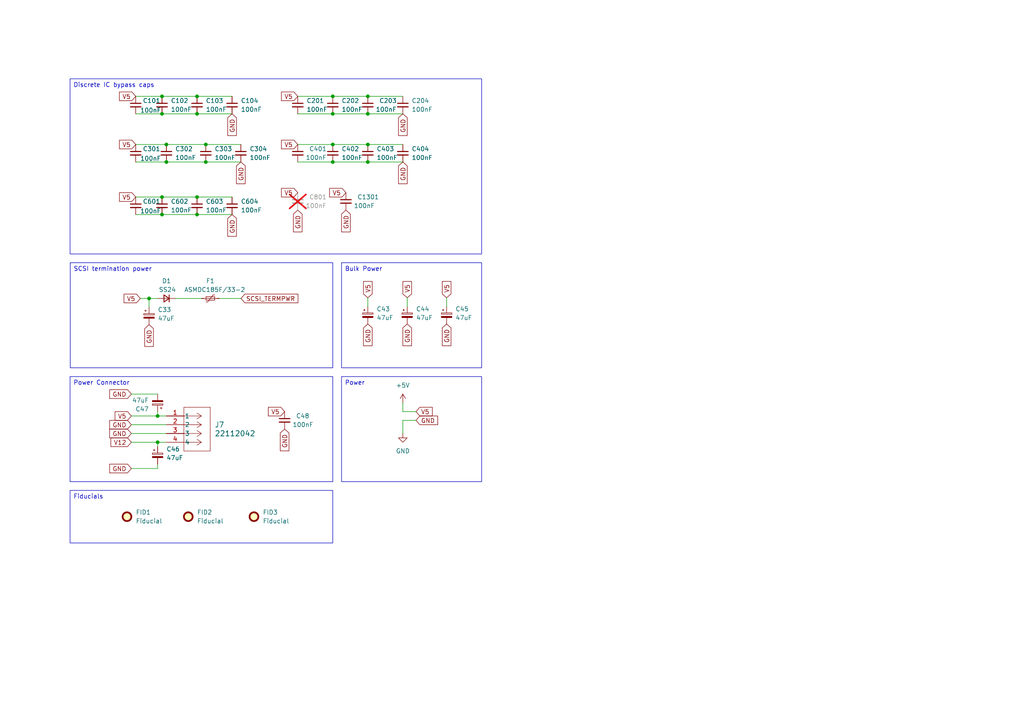
<source format=kicad_sch>
(kicad_sch (version 20250114) (generator "eeschema") (generator_version "9.0")
  (paper "A4")
  (title_block (title "A4092") (rev "PROTO0") (company "amiga.technology"))
  (lib_symbols
    (symbol "22112042:22112042" (pin_names (offset 0.254))
      (property "Reference" "J" (at 8.89 6.35 0))
      (property "Value" "22112042" (at 0 0 0))
      (symbol "22112042_1_1"
        (polyline (pts (xy 5.08 2.54) (xy 5.08 -10.16)) (stroke (width 0.127)))
        (polyline (pts (xy 5.08 -10.16) (xy 12.7 -10.16)) (stroke (width 0.127)))
        (polyline (pts (xy 10.16 0) (xy 5.08 0)) (stroke (width 0.127)))
        (polyline (pts (xy 10.16 0) (xy 8.89 0.8467)) (stroke (width 0.127)))
        (polyline (pts (xy 10.16 0) (xy 8.89 -0.8467)) (stroke (width 0.127)))
        (polyline (pts (xy 10.16 -2.54) (xy 5.08 -2.54)) (stroke (width 0.127)))
        (polyline (pts (xy 10.16 -2.54) (xy 8.89 -1.6933)) (stroke (width 0.127)))
        (polyline (pts (xy 10.16 -2.54) (xy 8.89 -3.3867)) (stroke (width 0.127)))
        (polyline (pts (xy 10.16 -5.08) (xy 5.08 -5.08)) (stroke (width 0.127)))
        (polyline (pts (xy 10.16 -5.08) (xy 8.89 -4.2333)) (stroke (width 0.127)))
        (polyline (pts (xy 10.16 -5.08) (xy 8.89 -5.9267)) (stroke (width 0.127)))
        (polyline (pts (xy 10.16 -7.62) (xy 5.08 -7.62)) (stroke (width 0.127)))
        (polyline (pts (xy 10.16 -7.62) (xy 8.89 -6.7733)) (stroke (width 0.127)))
        (polyline (pts (xy 10.16 -7.62) (xy 8.89 -8.4667)) (stroke (width 0.127)))
        (polyline (pts (xy 12.7 2.54) (xy 5.08 2.54)) (stroke (width 0.127)))
        (polyline (pts (xy 12.7 -10.16) (xy 12.7 2.54)) (stroke (width 0.127)))
        (pin unspecified line (at 0 0 0) (length 5.08) (name "1") (number "1"))
        (pin unspecified line (at 0 -2.54 0) (length 5.08) (name "2") (number "2"))
        (pin unspecified line (at 0 -5.08 0) (length 5.08) (name "3") (number "3"))
        (pin unspecified line (at 0 -7.62 0) (length 5.08) (name "4") (number "4"))
      )
      (symbol "22112042_1_2"
        (polyline (pts (xy 5.08 2.54) (xy 5.08 -10.16)) (stroke (width 0.127)))
        (polyline (pts (xy 5.08 -10.16) (xy 12.7 -10.16)) (stroke (width 0.127)))
        (polyline (pts (xy 7.62 0) (xy 5.08 0)) (stroke (width 0.127)))
        (polyline (pts (xy 7.62 0) (xy 8.89 0.8467)) (stroke (width 0.127)))
        (polyline (pts (xy 7.62 0) (xy 8.89 -0.8467)) (stroke (width 0.127)))
        (polyline (pts (xy 7.62 -2.54) (xy 5.08 -2.54)) (stroke (width 0.127)))
        (polyline (pts (xy 7.62 -2.54) (xy 8.89 -1.6933)) (stroke (width 0.127)))
        (polyline (pts (xy 7.62 -2.54) (xy 8.89 -3.3867)) (stroke (width 0.127)))
        (polyline (pts (xy 7.62 -5.08) (xy 5.08 -5.08)) (stroke (width 0.127)))
        (polyline (pts (xy 7.62 -5.08) (xy 8.89 -4.2333)) (stroke (width 0.127)))
        (polyline (pts (xy 7.62 -5.08) (xy 8.89 -5.9267)) (stroke (width 0.127)))
        (polyline (pts (xy 7.62 -7.62) (xy 5.08 -7.62)) (stroke (width 0.127)))
        (polyline (pts (xy 7.62 -7.62) (xy 8.89 -6.7733)) (stroke (width 0.127)))
        (polyline (pts (xy 7.62 -7.62) (xy 8.89 -8.4667)) (stroke (width 0.127)))
        (polyline (pts (xy 12.7 2.54) (xy 5.08 2.54)) (stroke (width 0.127)))
        (polyline (pts (xy 12.7 -10.16) (xy 12.7 2.54)) (stroke (width 0.127)))
        (pin unspecified line (at 0 0 0) (length 5.08) (name "1") (number "1"))
        (pin unspecified line (at 0 -2.54 0) (length 5.08) (name "2") (number "2"))
        (pin unspecified line (at 0 -5.08 0) (length 5.08) (name "3") (number "3"))
        (pin unspecified line (at 0 -7.62 0) (length 5.08) (name "4") (number "4"))
      )
    )
    (symbol "Device:C_Polarized_Small" (pin_numbers (hide yes)) (pin_names (offset 0.254) (hide yes))
      (property "Reference" "C" (at 0.254 1.778 0))
      (property "Value" "C_Polarized_Small" (at 0.254 -2.032 0))
      (symbol "C_Polarized_Small_0_1"
        (rectangle (start -1.524 0.6858) (end 1.524 0.3048))
        (rectangle (start -1.524 -0.3048) (end 1.524 -0.6858) (fill (type outline)))
        (polyline (pts (xy -1.27 1.524) (xy -0.762 1.524)))
        (polyline (pts (xy -1.016 1.27) (xy -1.016 1.778)))
      )
      (symbol "C_Polarized_Small_1_1"
        (pin passive line (at 0 2.54 270) (length 1.8542) (name "~") (number "1"))
        (pin passive line (at 0 -2.54 90) (length 1.8542) (name "~") (number "2"))
      )
    )
    (symbol "Device:C_Small" (pin_numbers (hide yes)) (pin_names (offset 0.254) (hide yes))
      (property "Reference" "C" (at 0.254 1.778 0))
      (property "Value" "C_Small" (at 0.254 -2.032 0))
      (symbol "C_Small_0_1"
        (polyline (pts (xy -1.524 0.508) (xy 1.524 0.508)) (stroke (width 0.3048)))
        (polyline (pts (xy -1.524 -0.508) (xy 1.524 -0.508)) (stroke (width 0.3302)))
      )
      (symbol "C_Small_1_1"
        (pin passive line (at 0 2.54 270) (length 2.032) (name "~") (number "1"))
        (pin passive line (at 0 -2.54 90) (length 2.032) (name "~") (number "2"))
      )
    )
    (symbol "Device:D_Small" (pin_numbers (hide yes)) (pin_names (offset 0.254) (hide yes))
      (property "Reference" "D" (at -1.27 2.032 0))
      (property "Value" "D_Small" (at -3.81 -2.032 0))
      (symbol "D_Small_0_1"
        (polyline (pts (xy -0.762 0) (xy 0.762 0)))
        (polyline (pts (xy -0.762 -1.016) (xy -0.762 1.016)) (stroke (width 0.254)))
        (polyline (pts (xy 0.762 -1.016) (xy -0.762 0) (xy 0.762 1.016) (xy 0.762 -1.016)) (stroke (width 0.254)))
      )
      (symbol "D_Small_1_1"
        (pin passive line (at -2.54 0 0) (length 1.778) (name "K") (number "1"))
        (pin passive line (at 2.54 0 180) (length 1.778) (name "A") (number "2"))
      )
    )
    (symbol "Device:Polyfuse_Small" (pin_numbers (hide yes)) (pin_names (offset 0))
      (property "Reference" "F" (at -1.905 0 90))
      (property "Value" "Polyfuse_Small" (at 1.905 0 90))
      (symbol "Polyfuse_Small_0_1"
        (polyline (pts (xy -1.016 1.27) (xy -1.016 0.762) (xy 1.016 -0.762) (xy 1.016 -1.27)))
        (rectangle (start -0.508 1.27) (end 0.508 -1.27))
        (polyline (pts (xy 0 2.54) (xy 0 -2.54)))
      )
      (symbol "Polyfuse_Small_1_1"
        (pin passive line (at 0 2.54 270) (length 0.635) (name "~") (number "1"))
        (pin passive line (at 0 -2.54 90) (length 0.635) (name "~") (number "2"))
      )
    )
    (symbol "Mechanical:Fiducial" (in_bom no)
      (property "Reference" "FID" (at 0 5.08 0))
      (property "Value" "Fiducial" (at 0 3.175 0))
      (symbol "Fiducial_0_1"
        (circle (center 0 0) (radius 1.27) (stroke (width 0.508)) (fill (type background)))
      )
    )
    (symbol "power:+5V" (power) (pin_numbers (hide yes)) (pin_names (offset 0) (hide yes))
      (property "Value" "+5V" (at 0 3.556 0))
      (symbol "+5V_0_1"
        (polyline (pts (xy -0.762 1.27) (xy 0 2.54)))
        (polyline (pts (xy 0 2.54) (xy 0.762 1.27)))
        (polyline (pts (xy 0 0) (xy 0 2.54)))
      )
      (symbol "+5V_1_1"
        (pin power_in line (at 0 0 90) (length 0) (name "~") (number "1"))
      )
    )
    (symbol "power:GND" (power) (pin_numbers (hide yes)) (pin_names (offset 0) (hide yes))
      (property "Value" "GND" (at 0 -3.81 0))
      (symbol "GND_0_1"
        (polyline (pts (xy 0 0) (xy 0 -1.27) (xy 1.27 -1.27) (xy 0 -2.54) (xy -1.27 -1.27) (xy 0 -1.27)))
      )
      (symbol "GND_1_1"
        (pin power_in line (at 0 0 270) (length 0) (name "~") (number "1"))
      )
    )
  )
  (text_box "SCSI termination power\n" (at 20.3706 76.2 0) (size 76.1494 30.48) (margins 0.9525 0.9525 0.9525 0.9525) (effects (font (size 1.27 1.27)) (justify left top)))
  (text_box "Power Connector\n" (at 20.32 109.22 0) (size 76.2 30.48) (margins 0.9525 0.9525 0.9525 0.9525) (effects (font (size 1.27 1.27)) (justify left top)))
  (text_box "Fiducials" (at 20.32 142.24 0) (size 76.2 15.2399) (margins 0.9525 0.9525 0.9525 0.9525) (effects (font (size 1.27 1.27)) (justify left top)))
  (text_box "Discrete IC bypass caps\n" (at 20.32 22.86 0) (size 119.38 50.8) (margins 0.9525 0.9525 0.9525 0.9525) (effects (font (size 1.27 1.27)) (justify left top)))
  (text_box "Bulk Power\n" (at 99.06 76.2 0) (size 40.64 30.48) (margins 0.9525 0.9525 0.9525 0.9525) (effects (font (size 1.27 1.27)) (justify left top)))
  (text_box "Power\n" (at 99.06 109.22 0) (size 40.64 30.4799) (margins 0.9525 0.9525 0.9525 0.9525) (effects (font (size 1.27 1.27)) (justify left top)))
  (junction (at 46.99 27.94))
  (junction (at 106.68 33.02))
  (junction (at 106.68 27.94))
  (junction (at 48.26 41.91))
  (junction (at 57.15 27.94))
  (junction (at 57.15 57.15))
  (junction (at 106.68 41.91))
  (junction (at 96.52 46.99))
  (junction (at 59.69 46.99))
  (junction (at 57.15 62.23))
  (junction (at 96.52 27.94))
  (junction (at 96.52 41.91))
  (junction (at 46.99 57.15))
  (junction (at 48.26 46.99))
  (junction (at 106.68 46.99))
  (junction (at 57.15 33.02))
  (junction (at 45.72 120.65))
  (junction (at 46.99 62.23))
  (junction (at 43.2306 86.5643))
  (junction (at 96.52 33.02))
  (junction (at 45.72 128.27))
  (junction (at 59.69 41.91))
  (junction (at 46.99 33.02))
  (wire (pts (xy 38.1 135.89) (xy 45.72 135.89)))
  (wire (pts (xy 57.15 27.94) (xy 67.31 27.94)))
  (wire (pts (xy 38.1 128.27) (xy 45.72 128.27)))
  (wire (pts (xy 106.68 86.36) (xy 106.68 88.9)))
  (wire (pts (xy 39.37 27.94) (xy 46.99 27.94)))
  (wire (pts (xy 116.84 121.92) (xy 120.65 121.92)))
  (wire (pts (xy 45.72 119.38) (xy 45.72 120.65)))
  (wire (pts (xy 86.36 33.02) (xy 96.52 33.02)))
  (wire (pts (xy 45.7706 86.5643) (xy 43.2306 86.5643)))
  (wire (pts (xy 96.52 46.99) (xy 106.68 46.99)))
  (wire (pts (xy 45.72 128.27) (xy 48.26 128.27)))
  (wire (pts (xy 57.15 62.23) (xy 67.31 62.23)))
  (wire (pts (xy 86.36 46.99) (xy 96.52 46.99)))
  (wire (pts (xy 86.36 27.94) (xy 96.52 27.94)))
  (wire (pts (xy 48.26 46.99) (xy 59.69 46.99)))
  (wire (pts (xy 96.52 27.94) (xy 106.68 27.94)))
  (wire (pts (xy 39.37 46.99) (xy 48.26 46.99)))
  (wire (pts (xy 116.84 116.84) (xy 116.84 119.38)))
  (wire (pts (xy 106.68 46.99) (xy 116.84 46.99)))
  (wire (pts (xy 96.52 33.02) (xy 106.68 33.02)))
  (wire (pts (xy 46.99 27.94) (xy 57.15 27.94)))
  (wire (pts (xy 57.15 57.15) (xy 67.31 57.15)))
  (wire (pts (xy 48.26 41.91) (xy 59.69 41.91)))
  (wire (pts (xy 106.68 41.91) (xy 116.84 41.91)))
  (wire (pts (xy 96.52 41.91) (xy 106.68 41.91)))
  (wire (pts (xy 116.84 125.73) (xy 116.84 121.92)))
  (wire (pts (xy 45.72 120.65) (xy 48.26 120.65)))
  (wire (pts (xy 39.37 62.23) (xy 46.99 62.23)))
  (wire (pts (xy 69.9006 86.5643) (xy 63.5506 86.5643)))
  (wire (pts (xy 38.1 123.19) (xy 48.26 123.19)))
  (wire (pts (xy 43.2306 86.5643) (xy 43.2306 89.1043)))
  (wire (pts (xy 118.11 86.36) (xy 118.11 88.9)))
  (wire (pts (xy 46.99 62.23) (xy 57.15 62.23)))
  (wire (pts (xy 116.84 119.38) (xy 120.65 119.38)))
  (wire (pts (xy 106.68 27.94) (xy 116.84 27.94)))
  (wire (pts (xy 57.15 33.02) (xy 67.31 33.02)))
  (wire (pts (xy 129.54 86.36) (xy 129.54 88.9)))
  (wire (pts (xy 86.36 41.91) (xy 96.52 41.91)))
  (wire (pts (xy 59.69 46.99) (xy 69.85 46.99)))
  (wire (pts (xy 45.72 135.89) (xy 45.72 134.62)))
  (wire (pts (xy 38.1 125.73) (xy 48.26 125.73)))
  (wire (pts (xy 46.99 33.02) (xy 57.15 33.02)))
  (wire (pts (xy 38.1 120.65) (xy 45.72 120.65)))
  (wire (pts (xy 39.37 41.91) (xy 48.26 41.91)))
  (wire (pts (xy 106.68 33.02) (xy 116.84 33.02)))
  (wire (pts (xy 39.37 57.15) (xy 46.99 57.15)))
  (wire (pts (xy 40.6906 86.5643) (xy 43.2306 86.5643)))
  (wire (pts (xy 46.99 57.15) (xy 57.15 57.15)))
  (wire (pts (xy 45.72 129.54) (xy 45.72 128.27)))
  (wire (pts (xy 58.4706 86.5643) (xy 50.8506 86.5643)))
  (wire (pts (xy 59.69 41.91) (xy 69.85 41.91)))
  (wire (pts (xy 38.1 114.3) (xy 45.72 114.3)))
  (wire (pts (xy 39.37 33.02) (xy 46.99 33.02)))
  (global_label "GND" (shape input) (at 86.36 60.96 270) (property "Intersheetrefs" "${INTERSHEET_REFS}" (effects (hide yes))))
  (global_label "V5" (shape input) (at 86.36 55.88 180) (property "Intersheetrefs" "${INTERSHEET_REFS}" (effects (hide yes))))
  (global_label "GND" (shape input) (at 100.33 60.96 270) (property "Intersheetrefs" "${INTERSHEET_REFS}" (effects (hide yes))))
  (global_label "GND" (shape input) (at 67.31 62.23 270) (property "Intersheetrefs" "${INTERSHEET_REFS}" (effects (hide yes))))
  (global_label "GND" (shape input) (at 118.11 93.98 270) (property "Intersheetrefs" "${INTERSHEET_REFS}" (effects (hide yes))))
  (global_label "SCSI_TERMPWR" (shape input) (at 69.9006 86.5643 0) (property "Intersheetrefs" "${INTERSHEET_REFS}" (effects (hide yes))))
  (global_label "V5" (shape input) (at 39.37 41.91 180) (property "Intersheetrefs" "${INTERSHEET_REFS}" (effects (hide yes))))
  (global_label "V5" (shape input) (at 100.33 55.88 180) (property "Intersheetrefs" "${INTERSHEET_REFS}" (effects (hide yes))))
  (global_label "V5" (shape input) (at 118.11 86.36 90) (property "Intersheetrefs" "${INTERSHEET_REFS}" (effects (hide yes))))
  (global_label "GND" (shape input) (at 69.85 46.99 270) (property "Intersheetrefs" "${INTERSHEET_REFS}" (effects (hide yes))))
  (global_label "GND" (shape input) (at 120.65 121.92 0) (property "Intersheetrefs" "${INTERSHEET_REFS}" (effects (hide yes))))
  (global_label "V5" (shape input) (at 38.1 120.65 180) (property "Intersheetrefs" "${INTERSHEET_REFS}" (effects (hide yes))))
  (global_label "GND" (shape input) (at 116.84 33.02 270) (property "Intersheetrefs" "${INTERSHEET_REFS}" (effects (hide yes))))
  (global_label "V5" (shape input) (at 86.36 41.91 180) (property "Intersheetrefs" "${INTERSHEET_REFS}" (effects (hide yes))))
  (global_label "V5" (shape input) (at 120.65 119.38 0) (property "Intersheetrefs" "${INTERSHEET_REFS}" (effects (hide yes))))
  (global_label "GND" (shape input) (at 38.1 135.89 180) (property "Intersheetrefs" "${INTERSHEET_REFS}" (effects (hide yes))))
  (global_label "GND" (shape input) (at 106.68 93.98 270) (property "Intersheetrefs" "${INTERSHEET_REFS}" (effects (hide yes))))
  (global_label "GND" (shape input) (at 43.2306 94.1843 270) (property "Intersheetrefs" "${INTERSHEET_REFS}" (effects (hide yes))))
  (global_label "GND" (shape input) (at 38.1 123.19 180) (property "Intersheetrefs" "${INTERSHEET_REFS}" (effects (hide yes))))
  (global_label "GND" (shape input) (at 82.55 124.46 270) (property "Intersheetrefs" "${INTERSHEET_REFS}" (effects (hide yes))))
  (global_label "GND" (shape input) (at 129.54 93.98 270) (property "Intersheetrefs" "${INTERSHEET_REFS}" (effects (hide yes))))
  (global_label "GND" (shape input) (at 38.1 114.3 180) (property "Intersheetrefs" "${INTERSHEET_REFS}" (effects (hide yes))))
  (global_label "GND" (shape input) (at 67.31 33.02 270) (property "Intersheetrefs" "${INTERSHEET_REFS}" (effects (hide yes))))
  (global_label "V5" (shape input) (at 82.55 119.38 180) (property "Intersheetrefs" "${INTERSHEET_REFS}" (effects (hide yes))))
  (global_label "V5" (shape input) (at 39.37 27.94 180) (property "Intersheetrefs" "${INTERSHEET_REFS}" (effects (hide yes))))
  (global_label "V5" (shape input) (at 39.37 57.15 180) (property "Intersheetrefs" "${INTERSHEET_REFS}" (effects (hide yes))))
  (global_label "GND" (shape input) (at 116.84 46.99 270) (property "Intersheetrefs" "${INTERSHEET_REFS}" (effects (hide yes))))
  (global_label "V5" (shape input) (at 106.68 86.36 90) (property "Intersheetrefs" "${INTERSHEET_REFS}" (effects (hide yes))))
  (global_label "V5" (shape input) (at 40.6906 86.5643 180) (property "Intersheetrefs" "${INTERSHEET_REFS}" (effects (hide yes))))
  (global_label "GND" (shape input) (at 38.1 125.73 180) (property "Intersheetrefs" "${INTERSHEET_REFS}" (effects (hide yes))))
  (global_label "V5" (shape input) (at 129.54 86.36 90) (property "Intersheetrefs" "${INTERSHEET_REFS}" (effects (hide yes))))
  (global_label "V5" (shape input) (at 86.36 27.94 180) (property "Intersheetrefs" "${INTERSHEET_REFS}" (effects (hide yes))))
  (global_label "V12" (shape input) (at 38.1 128.27 180) (property "Intersheetrefs" "${INTERSHEET_REFS}" (effects (hide yes))))
  (symbol (lib_id "Device:C_Small") (at 39.37 44.45 0) (unit 1)
    (property "Reference" "C301" (at 41.402 43.18 0) (effects (justify left)))
    (property "Value" "100nF" (at 40.64 45.974 0) (effects (justify left)))
    (property "Footprint" "Capacitor_SMD:C_0603_1608Metric_Pad1.08x0.95mm_HandSolder" (effects (hide yes)))
    (property "Description" "Unpolarized capacitor, small symbol" (effects (hide yes)))
    (property "LCSC Part #" "C14663" (effects (hide yes)))
  )
  (symbol (lib_id "Device:C_Small") (at 67.31 59.69 0) (unit 1)
    (property "Reference" "C604" (at 69.85 58.4262 0) (effects (justify left)))
    (property "Value" "100nF" (at 69.85 60.9662 0) (effects (justify left)))
    (property "Footprint" "Capacitor_SMD:C_0603_1608Metric_Pad1.08x0.95mm_HandSolder" (effects (hide yes)))
    (property "Description" "Unpolarized capacitor, small symbol" (effects (hide yes)))
    (property "LCSC Part #" "C14663" (effects (hide yes)))
  )
  (symbol (lib_id "Device:C_Small") (at 59.69 44.45 0) (unit 1)
    (property "Reference" "C303" (at 62.23 43.1862 0) (effects (justify left)))
    (property "Value" "100nF" (at 62.23 45.7262 0) (effects (justify left)))
    (property "Footprint" "Capacitor_SMD:C_0603_1608Metric_Pad1.08x0.95mm_HandSolder" (effects (hide yes)))
    (property "Description" "Unpolarized capacitor, small symbol" (effects (hide yes)))
    (property "LCSC Part #" "C14663" (effects (hide yes)))
  )
  (symbol (lib_id "Device:C_Small") (at 96.52 44.45 0) (unit 1)
    (property "Reference" "C402" (at 99.06 43.1862 0) (effects (justify left)))
    (property "Value" "100nF" (at 99.06 45.7262 0) (effects (justify left)))
    (property "Footprint" "Capacitor_SMD:C_0603_1608Metric_Pad1.08x0.95mm_HandSolder" (effects (hide yes)))
    (property "Description" "Unpolarized capacitor, small symbol" (effects (hide yes)))
    (property "LCSC Part #" "C14663" (effects (hide yes)))
  )
  (symbol (lib_id "Device:C_Small") (at 57.15 59.69 0) (unit 1)
    (property "Reference" "C603" (at 59.69 58.4262 0) (effects (justify left)))
    (property "Value" "100nF" (at 59.69 60.9662 0) (effects (justify left)))
    (property "Footprint" "Capacitor_SMD:C_0603_1608Metric_Pad1.08x0.95mm_HandSolder" (effects (hide yes)))
    (property "Description" "Unpolarized capacitor, small symbol" (effects (hide yes)))
    (property "LCSC Part #" "C14663" (effects (hide yes)))
  )
  (symbol (lib_id "Device:Polyfuse_Small") (at 61.0106 86.5643 90) (unit 1)
    (property "Reference" "F1" (at 61.0106 81.4843 90))
    (property "Value" "ASMDC185F/33-2" (at 62.2806 84.0243 90))
    (property "Footprint" "Fuse:Fuse_2920_7451Metric_Pad2.10x5.45mm_HandSolder" (effects (hide yes)))
    (property "Description" "Resettable fuse, polymeric positive temperature coefficient, small symbol" (effects (hide yes)))
    (property "LCSC Part #" "C135379" (effects (hide yes)))
  )
  (symbol (lib_id "Device:C_Small") (at 82.55 121.92 0) (unit 1)
    (property "Reference" "C48" (at 85.852 120.65 0) (effects (justify left)))
    (property "Value" "100nF" (at 84.836 123.19 0) (effects (justify left)))
    (property "Footprint" "Capacitor_SMD:C_0603_1608Metric_Pad1.08x0.95mm_HandSolder" (effects (hide yes)))
    (property "Description" "Unpolarized capacitor, small symbol" (effects (hide yes)))
    (property "LCSC Part #" "C14663" (effects (hide yes)))
  )
  (symbol (lib_id "Device:C_Small") (at 86.36 30.48 0) (unit 1)
    (property "Reference" "C201" (at 88.9 29.2162 0) (effects (justify left)))
    (property "Value" "100nF" (at 88.9 31.7562 0) (effects (justify left)))
    (property "Footprint" "Capacitor_SMD:C_0603_1608Metric_Pad1.08x0.95mm_HandSolder" (effects (hide yes)))
    (property "Description" "Unpolarized capacitor, small symbol" (effects (hide yes)))
    (property "LCSC Part #" "C14663" (effects (hide yes)))
  )
  (symbol (lib_id "Device:C_Small") (at 86.36 44.45 0) (unit 1)
    (property "Reference" "C401" (at 89.662 43.18 0) (effects (justify left)))
    (property "Value" "100nF" (at 88.646 45.72 0) (effects (justify left)))
    (property "Footprint" "Capacitor_SMD:C_0603_1608Metric_Pad1.08x0.95mm_HandSolder" (effects (hide yes)))
    (property "Description" "Unpolarized capacitor, small symbol" (effects (hide yes)))
    (property "LCSC Part #" "C14663" (effects (hide yes)))
  )
  (symbol (lib_id "Device:C_Polarized_Small") (at 106.68 91.44 0) (unit 1)
    (property "Reference" "C43" (at 109.22 89.6238 0) (effects (justify left)))
    (property "Value" "47uF" (at 109.22 92.1638 0) (effects (justify left)))
    (property "Footprint" "Capacitor_SMD:CP_Elec_6.3x7.7" (effects (hide yes)))
    (property "Description" "Polarized capacitor, small symbol" (effects (hide yes)))
    (property "MPN" "KEMET/A765EB476M1ELAE040" (effects (hide yes)))
    (property "LCSC Part #" "C369909" (effects (hide yes)))
    (property "FT Rotation Offset" "180" (effects (hide yes)))
  )
  (symbol (lib_id "Device:C_Small") (at 48.26 44.45 0) (unit 1)
    (property "Reference" "C302" (at 50.8 43.1862 0) (effects (justify left)))
    (property "Value" "100nF" (at 50.8 45.7262 0) (effects (justify left)))
    (property "Footprint" "Capacitor_SMD:C_0603_1608Metric_Pad1.08x0.95mm_HandSolder" (effects (hide yes)))
    (property "Description" "Unpolarized capacitor, small symbol" (effects (hide yes)))
    (property "LCSC Part #" "C14663" (effects (hide yes)))
  )
  (symbol (lib_id "Device:C_Small") (at 106.68 30.48 0) (unit 1)
    (property "Reference" "C203" (at 109.982 29.21 0) (effects (justify left)))
    (property "Value" "100nF" (at 108.966 31.75 0) (effects (justify left)))
    (property "Footprint" "Capacitor_SMD:C_0603_1608Metric_Pad1.08x0.95mm_HandSolder" (effects (hide yes)))
    (property "Description" "Unpolarized capacitor, small symbol" (effects (hide yes)))
    (property "LCSC Part #" "C14663" (effects (hide yes)))
  )
  (symbol (lib_id "Mechanical:Fiducial") (at 73.66 149.86 0) (unit 1) (in_bom no)
    (property "Reference" "FID3" (at 76.2 148.5899 0) (effects (justify left)))
    (property "Value" "Fiducial" (at 76.2 151.1299 0) (effects (justify left)))
    (property "Footprint" "kicad-official/Fiducial.pretty:Fiducial_0.5mm_Mask1.5mm" (effects (hide yes)))
    (property "Description" "Fiducial Marker" (effects (hide yes)))
  )
  (symbol (lib_id "Mechanical:Fiducial") (at 54.61 149.86 0) (unit 1) (in_bom no)
    (property "Reference" "FID2" (at 57.15 148.5899 0) (effects (justify left)))
    (property "Value" "Fiducial" (at 57.15 151.1299 0) (effects (justify left)))
    (property "Footprint" "kicad-official/Fiducial.pretty:Fiducial_0.5mm_Mask1.5mm" (effects (hide yes)))
    (property "Description" "Fiducial Marker" (effects (hide yes)))
  )
  (symbol (lib_id "power:GND") (at 116.84 125.73 0) (unit 1)
    (property "Reference" "#PWR03" (effects (hide yes)))
    (property "Value" "GND" (at 116.84 130.81 0))
    (property "Description" "Power symbol creates a global label with name \"GND\" , ground" (effects (hide yes)))
  )
  (symbol (lib_id "Device:C_Small") (at 67.31 30.48 0) (unit 1)
    (property "Reference" "C104" (at 69.85 29.2162 0) (effects (justify left)))
    (property "Value" "100nF" (at 69.85 31.7562 0) (effects (justify left)))
    (property "Footprint" "Capacitor_SMD:C_0603_1608Metric_Pad1.08x0.95mm_HandSolder" (effects (hide yes)))
    (property "Description" "Unpolarized capacitor, small symbol" (effects (hide yes)))
    (property "LCSC Part #" "C14663" (effects (hide yes)))
  )
  (symbol (lib_id "Mechanical:Fiducial") (at 36.83 149.86 0) (unit 1) (in_bom no)
    (property "Reference" "FID1" (at 39.37 148.5899 0) (effects (justify left)))
    (property "Value" "Fiducial" (at 39.37 151.1299 0) (effects (justify left)))
    (property "Footprint" "kicad-official/Fiducial.pretty:Fiducial_0.5mm_Mask1.5mm" (effects (hide yes)))
    (property "Description" "Fiducial Marker" (effects (hide yes)))
  )
  (symbol (lib_id "Device:C_Polarized_Small") (at 45.72 132.08 0) (unit 1)
    (property "Reference" "C46" (at 48.26 130.2638 0) (effects (justify left)))
    (property "Value" "47uF" (at 48.26 132.8038 0) (effects (justify left)))
    (property "Footprint" "Capacitor_SMD:CP_Elec_6.3x7.7" (effects (hide yes)))
    (property "Description" "Polarized capacitor, small symbol" (effects (hide yes)))
    (property "MPN" "KEMET/A765EB476M1ELAE040" (effects (hide yes)))
    (property "LCSC Part #" "C369909" (effects (hide yes)))
    (property "FT Rotation Offset" "180" (effects (hide yes)))
  )
  (symbol (lib_id "Device:C_Small") (at 96.52 30.48 0) (unit 1)
    (property "Reference" "C202" (at 99.06 29.2162 0) (effects (justify left)))
    (property "Value" "100nF" (at 99.06 31.7562 0) (effects (justify left)))
    (property "Footprint" "Capacitor_SMD:C_0603_1608Metric_Pad1.08x0.95mm_HandSolder" (effects (hide yes)))
    (property "Description" "Unpolarized capacitor, small symbol" (effects (hide yes)))
    (property "LCSC Part #" "C14663" (effects (hide yes)))
  )
  (symbol (lib_id "Device:C_Small") (at 57.15 30.48 0) (unit 1)
    (property "Reference" "C103" (at 59.69 29.2162 0) (effects (justify left)))
    (property "Value" "100nF" (at 59.69 31.7562 0) (effects (justify left)))
    (property "Footprint" "Capacitor_SMD:C_0603_1608Metric_Pad1.08x0.95mm_HandSolder" (effects (hide yes)))
    (property "Description" "Unpolarized capacitor, small symbol" (effects (hide yes)))
    (property "LCSC Part #" "C14663" (effects (hide yes)))
  )
  (symbol (lib_id "power:+5V") (at 116.84 116.84 0) (unit 1)
    (property "Reference" "#PWR02" (effects (hide yes)))
    (property "Value" "+5V" (at 116.84 111.76 0))
    (property "Description" "Power symbol creates a global label with name \"+5V\"" (effects (hide yes)))
  )
  (symbol (lib_id "Device:C_Polarized_Small") (at 118.11 91.44 0) (unit 1)
    (property "Reference" "C44" (at 120.65 89.6238 0) (effects (justify left)))
    (property "Value" "47uF" (at 120.65 92.1638 0) (effects (justify left)))
    (property "Footprint" "Capacitor_SMD:CP_Elec_6.3x7.7" (effects (hide yes)))
    (property "Description" "Polarized capacitor, small symbol" (effects (hide yes)))
    (property "MPN" "KEMET/A765EB476M1ELAE040" (effects (hide yes)))
    (property "LCSC Part #" "C369909" (effects (hide yes)))
    (property "FT Rotation Offset" "180" (effects (hide yes)))
  )
  (symbol (lib_id "Device:C_Small") (at 69.85 44.45 0) (unit 1)
    (property "Reference" "C304" (at 72.39 43.1862 0) (effects (justify left)))
    (property "Value" "100nF" (at 72.39 45.7262 0) (effects (justify left)))
    (property "Footprint" "Capacitor_SMD:C_0603_1608Metric_Pad1.08x0.95mm_HandSolder" (effects (hide yes)))
    (property "Description" "Unpolarized capacitor, small symbol" (effects (hide yes)))
    (property "LCSC Part #" "C14663" (effects (hide yes)))
  )
  (symbol (lib_id "Device:C_Small") (at 116.84 30.48 0) (unit 1)
    (property "Reference" "C204" (at 119.38 29.2162 0) (effects (justify left)))
    (property "Value" "100nF" (at 119.38 31.7562 0) (effects (justify left)))
    (property "Footprint" "Capacitor_SMD:C_0603_1608Metric_Pad1.08x0.95mm_HandSolder" (effects (hide yes)))
    (property "Description" "Unpolarized capacitor, small symbol" (effects (hide yes)))
    (property "LCSC Part #" "C14663" (effects (hide yes)))
  )
  (symbol (lib_id "Device:C_Small") (at 86.36 58.42 0) (unit 1) (dnp yes)
    (property "Reference" "C801" (at 89.662 57.15 0) (effects (justify left)))
    (property "Value" "100nF" (at 88.646 59.69 0) (effects (justify left)))
    (property "Footprint" "Capacitor_SMD:C_0603_1608Metric_Pad1.08x0.95mm_HandSolder" (effects (hide yes)))
    (property "Description" "Unpolarized capacitor, small symbol" (effects (hide yes)))
    (property "LCSC Part #" "C14663" (effects (hide yes)))
  )
  (symbol (lib_id "Device:C_Small") (at 116.84 44.45 0) (unit 1)
    (property "Reference" "C404" (at 119.38 43.1862 0) (effects (justify left)))
    (property "Value" "100nF" (at 119.38 45.7262 0) (effects (justify left)))
    (property "Footprint" "Capacitor_SMD:C_0603_1608Metric_Pad1.08x0.95mm_HandSolder" (effects (hide yes)))
    (property "Description" "Unpolarized capacitor, small symbol" (effects (hide yes)))
    (property "LCSC Part #" "C14663" (effects (hide yes)))
  )
  (symbol (lib_id "Device:C_Polarized_Small") (at 45.72 116.84 180) (unit 1)
    (property "Reference" "C47" (at 43.18 118.6562 0) (effects (justify left)))
    (property "Value" "47uF" (at 43.18 116.1162 0) (effects (justify left)))
    (property "Footprint" "Capacitor_SMD:CP_Elec_6.3x7.7" (effects (hide yes)))
    (property "Description" "Polarized capacitor, small symbol" (effects (hide yes)))
    (property "MPN" "KEMET/A765EB476M1ELAE040" (effects (hide yes)))
    (property "LCSC Part #" "C369909" (effects (hide yes)))
    (property "FT Rotation Offset" "180" (effects (hide yes)))
  )
  (symbol (lib_id "Device:C_Small") (at 39.37 59.69 0) (unit 1)
    (property "Reference" "C601" (at 41.402 58.42 0) (effects (justify left)))
    (property "Value" "100nF" (at 40.64 61.214 0) (effects (justify left)))
    (property "Footprint" "Capacitor_SMD:C_0603_1608Metric_Pad1.08x0.95mm_HandSolder" (effects (hide yes)))
    (property "Description" "Unpolarized capacitor, small symbol" (effects (hide yes)))
    (property "LCSC Part #" "C14663" (effects (hide yes)))
  )
  (symbol (lib_id "22112042:22112042") (at 48.26 120.65 0) (unit 1)
    (property "Reference" "J7" (at 62.23 123.1899 0) (effects (font (size 1.524 1.524)) (justify left)))
    (property "Value" "22112042" (at 62.23 125.7299 0) (effects (font (size 1.524 1.524)) (justify left)))
    (property "Footprint" "22112042:CONN_A-6373-04A_MOL" (effects (hide yes)))
    (property "Datasheet" "22112042" (effects (hide yes)))
    (property "LCSC Part #" "C114123" (effects (hide yes)))
  )
  (symbol (lib_id "Device:C_Small") (at 106.68 44.45 0) (unit 1)
    (property "Reference" "C403" (at 109.22 43.1862 0) (effects (justify left)))
    (property "Value" "100nF" (at 109.22 45.7262 0) (effects (justify left)))
    (property "Footprint" "Capacitor_SMD:C_0603_1608Metric_Pad1.08x0.95mm_HandSolder" (effects (hide yes)))
    (property "Description" "Unpolarized capacitor, small symbol" (effects (hide yes)))
    (property "LCSC Part #" "C14663" (effects (hide yes)))
  )
  (symbol (lib_id "Device:C_Small") (at 39.37 30.48 0) (unit 1)
    (property "Reference" "C101" (at 41.402 29.21 0) (effects (justify left)))
    (property "Value" "100nF" (at 40.64 32.004 0) (effects (justify left)))
    (property "Footprint" "Capacitor_SMD:C_0603_1608Metric_Pad1.08x0.95mm_HandSolder" (effects (hide yes)))
    (property "Description" "Unpolarized capacitor, small symbol" (effects (hide yes)))
    (property "LCSC Part #" "C14663" (effects (hide yes)))
  )
  (symbol (lib_id "Device:C_Small") (at 46.99 59.69 0) (unit 1)
    (property "Reference" "C602" (at 49.53 58.4262 0) (effects (justify left)))
    (property "Value" "100nF" (at 49.53 60.9662 0) (effects (justify left)))
    (property "Footprint" "Capacitor_SMD:C_0603_1608Metric_Pad1.08x0.95mm_HandSolder" (effects (hide yes)))
    (property "Description" "Unpolarized capacitor, small symbol" (effects (hide yes)))
    (property "LCSC Part #" "C14663" (effects (hide yes)))
  )
  (symbol (lib_id "Device:C_Polarized_Small") (at 129.54 91.44 0) (unit 1)
    (property "Reference" "C45" (at 132.08 89.6238 0) (effects (justify left)))
    (property "Value" "47uF" (at 132.08 92.1638 0) (effects (justify left)))
    (property "Footprint" "Capacitor_SMD:CP_Elec_6.3x7.7" (effects (hide yes)))
    (property "Description" "Polarized capacitor, small symbol" (effects (hide yes)))
    (property "MPN" "KEMET/A765EB476M1ELAE040" (effects (hide yes)))
    (property "LCSC Part #" "C369909" (effects (hide yes)))
    (property "FT Rotation Offset" "180" (effects (hide yes)))
  )
  (symbol (lib_id "Device:C_Small") (at 100.33 58.42 0) (unit 1)
    (property "Reference" "C1301" (at 103.632 57.15 0) (effects (justify left)))
    (property "Value" "100nF" (at 102.616 59.69 0) (effects (justify left)))
    (property "Footprint" "Capacitor_SMD:C_0603_1608Metric_Pad1.08x0.95mm_HandSolder" (effects (hide yes)))
    (property "Description" "Unpolarized capacitor, small symbol" (effects (hide yes)))
    (property "LCSC Part #" "C14663" (effects (hide yes)))
  )
  (symbol (lib_id "Device:C_Small") (at 46.99 30.48 0) (unit 1)
    (property "Reference" "C102" (at 49.53 29.2162 0) (effects (justify left)))
    (property "Value" "100nF" (at 49.53 31.7562 0) (effects (justify left)))
    (property "Footprint" "Capacitor_SMD:C_0603_1608Metric_Pad1.08x0.95mm_HandSolder" (effects (hide yes)))
    (property "Description" "Unpolarized capacitor, small symbol" (effects (hide yes)))
    (property "LCSC Part #" "C14663" (effects (hide yes)))
  )
  (symbol (lib_id "Device:D_Small") (at 48.3106 86.5643 180) (unit 1)
    (property "Reference" "D1" (at 48.3106 81.4843 0))
    (property "Value" "SS24" (at 48.5646 84.0243 0))
    (property "Footprint" "Diode_SMD:D_SMA_Handsoldering" (effects (hide yes)))
    (property "Datasheet" "https://www.onsemi.com/pdf/datasheet/mbr140sft1-d.pdf" (effects (hide yes)))
    (property "Description" "Diode, small symbol" (effects (hide yes)))
    (property "Sim.Device" "D" (effects (hide yes)))
    (property "Sim.Pins" "1=K 2=A" (effects (hide yes)))
    (property "LCSC Part #" "C43381" (effects (hide yes)))
  )
  (symbol (lib_id "Device:C_Polarized_Small") (at 43.2306 91.6443 0) (unit 1)
    (property "Reference" "C33" (at 45.7706 89.8281 0) (effects (justify left)))
    (property "Value" "47uF" (at 45.7706 92.3681 0) (effects (justify left)))
    (property "Footprint" "Capacitor_SMD:CP_Elec_6.3x7.7" (effects (hide yes)))
    (property "Description" "Polarized capacitor, small symbol" (effects (hide yes)))
    (property "MPN" "KEMET/A765EB476M1ELAE040" (effects (hide yes)))
    (property "LCSC Part #" "C369909" (effects (hide yes)))
    (property "FT Rotation Offset" "180" (effects (hide yes)))
  )
)
</source>
